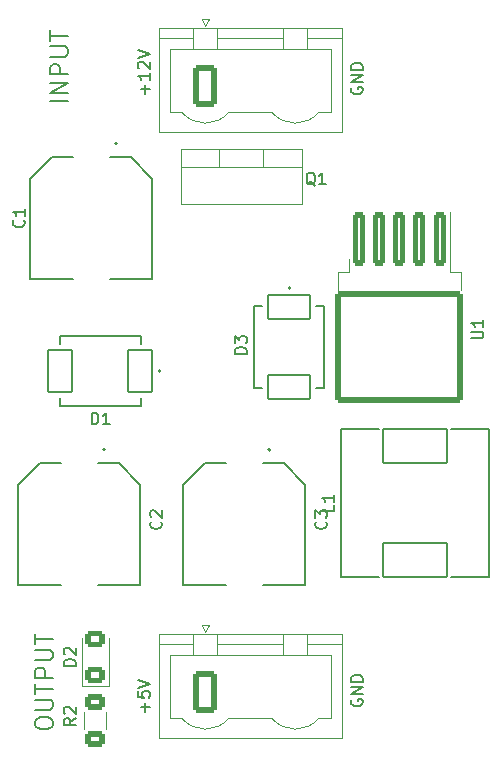
<source format=gto>
%TF.GenerationSoftware,KiCad,Pcbnew,7.0.5*%
%TF.CreationDate,2024-02-24T22:07:36+07:00*%
%TF.ProjectId,CN13_Case,434e3133-5f43-4617-9365-2e6b69636164,rev?*%
%TF.SameCoordinates,Original*%
%TF.FileFunction,Legend,Top*%
%TF.FilePolarity,Positive*%
%FSLAX46Y46*%
G04 Gerber Fmt 4.6, Leading zero omitted, Abs format (unit mm)*
G04 Created by KiCad (PCBNEW 7.0.5) date 2024-02-24 22:07:36*
%MOMM*%
%LPD*%
G01*
G04 APERTURE LIST*
G04 Aperture macros list*
%AMRoundRect*
0 Rectangle with rounded corners*
0 $1 Rounding radius*
0 $2 $3 $4 $5 $6 $7 $8 $9 X,Y pos of 4 corners*
0 Add a 4 corners polygon primitive as box body*
4,1,4,$2,$3,$4,$5,$6,$7,$8,$9,$2,$3,0*
0 Add four circle primitives for the rounded corners*
1,1,$1+$1,$2,$3*
1,1,$1+$1,$4,$5*
1,1,$1+$1,$6,$7*
1,1,$1+$1,$8,$9*
0 Add four rect primitives between the rounded corners*
20,1,$1+$1,$2,$3,$4,$5,0*
20,1,$1+$1,$4,$5,$6,$7,0*
20,1,$1+$1,$6,$7,$8,$9,0*
20,1,$1+$1,$8,$9,$2,$3,0*%
G04 Aperture macros list end*
%ADD10C,0.200000*%
%ADD11C,0.150000*%
%ADD12C,0.120000*%
%ADD13C,0.127000*%
%ADD14C,0.010000*%
%ADD15RoundRect,0.250000X-0.300000X2.050000X-0.300000X-2.050000X0.300000X-2.050000X0.300000X2.050000X0*%
%ADD16RoundRect,0.250002X-5.149998X4.449998X-5.149998X-4.449998X5.149998X-4.449998X5.149998X4.449998X0*%
%ADD17RoundRect,0.250000X-0.625000X0.400000X-0.625000X-0.400000X0.625000X-0.400000X0.625000X0.400000X0*%
%ADD18O,1.905000X2.000000*%
%ADD19R,1.905000X2.000000*%
%ADD20RoundRect,0.102000X2.700000X-1.450000X2.700000X1.450000X-2.700000X1.450000X-2.700000X-1.450000X0*%
%ADD21O,2.100000X3.600000*%
%ADD22RoundRect,0.250001X-0.799999X-1.549999X0.799999X-1.549999X0.799999X1.549999X-0.799999X1.549999X0*%
%ADD23C,3.200000*%
%ADD24RoundRect,0.102000X-1.800000X1.000000X-1.800000X-1.000000X1.800000X-1.000000X1.800000X1.000000X0*%
%ADD25RoundRect,0.250001X0.624999X-0.462499X0.624999X0.462499X-0.624999X0.462499X-0.624999X-0.462499X0*%
%ADD26RoundRect,0.102000X1.000000X1.800000X-1.000000X1.800000X-1.000000X-1.800000X1.000000X-1.800000X0*%
%ADD27C,0.800000*%
%ADD28C,0.700000*%
G04 APERTURE END LIST*
D10*
X114294266Y-147966326D02*
X114294266Y-147204422D01*
X114675219Y-147585374D02*
X113913314Y-147585374D01*
X113675219Y-146252041D02*
X113675219Y-146728231D01*
X113675219Y-146728231D02*
X114151409Y-146775850D01*
X114151409Y-146775850D02*
X114103790Y-146728231D01*
X114103790Y-146728231D02*
X114056171Y-146632993D01*
X114056171Y-146632993D02*
X114056171Y-146394898D01*
X114056171Y-146394898D02*
X114103790Y-146299660D01*
X114103790Y-146299660D02*
X114151409Y-146252041D01*
X114151409Y-146252041D02*
X114246647Y-146204422D01*
X114246647Y-146204422D02*
X114484742Y-146204422D01*
X114484742Y-146204422D02*
X114579980Y-146252041D01*
X114579980Y-146252041D02*
X114627600Y-146299660D01*
X114627600Y-146299660D02*
X114675219Y-146394898D01*
X114675219Y-146394898D02*
X114675219Y-146632993D01*
X114675219Y-146632993D02*
X114627600Y-146728231D01*
X114627600Y-146728231D02*
X114579980Y-146775850D01*
X113675219Y-145918707D02*
X114675219Y-145585374D01*
X114675219Y-145585374D02*
X113675219Y-145252041D01*
X131756838Y-146934517D02*
X131709219Y-147029755D01*
X131709219Y-147029755D02*
X131709219Y-147172612D01*
X131709219Y-147172612D02*
X131756838Y-147315469D01*
X131756838Y-147315469D02*
X131852076Y-147410707D01*
X131852076Y-147410707D02*
X131947314Y-147458326D01*
X131947314Y-147458326D02*
X132137790Y-147505945D01*
X132137790Y-147505945D02*
X132280647Y-147505945D01*
X132280647Y-147505945D02*
X132471123Y-147458326D01*
X132471123Y-147458326D02*
X132566361Y-147410707D01*
X132566361Y-147410707D02*
X132661600Y-147315469D01*
X132661600Y-147315469D02*
X132709219Y-147172612D01*
X132709219Y-147172612D02*
X132709219Y-147077374D01*
X132709219Y-147077374D02*
X132661600Y-146934517D01*
X132661600Y-146934517D02*
X132613980Y-146886898D01*
X132613980Y-146886898D02*
X132280647Y-146886898D01*
X132280647Y-146886898D02*
X132280647Y-147077374D01*
X132709219Y-146458326D02*
X131709219Y-146458326D01*
X131709219Y-146458326D02*
X132709219Y-145886898D01*
X132709219Y-145886898D02*
X131709219Y-145886898D01*
X132709219Y-145410707D02*
X131709219Y-145410707D01*
X131709219Y-145410707D02*
X131709219Y-145172612D01*
X131709219Y-145172612D02*
X131756838Y-145029755D01*
X131756838Y-145029755D02*
X131852076Y-144934517D01*
X131852076Y-144934517D02*
X131947314Y-144886898D01*
X131947314Y-144886898D02*
X132137790Y-144839279D01*
X132137790Y-144839279D02*
X132280647Y-144839279D01*
X132280647Y-144839279D02*
X132471123Y-144886898D01*
X132471123Y-144886898D02*
X132566361Y-144934517D01*
X132566361Y-144934517D02*
X132661600Y-145029755D01*
X132661600Y-145029755D02*
X132709219Y-145172612D01*
X132709219Y-145172612D02*
X132709219Y-145410707D01*
X131756838Y-95118517D02*
X131709219Y-95213755D01*
X131709219Y-95213755D02*
X131709219Y-95356612D01*
X131709219Y-95356612D02*
X131756838Y-95499469D01*
X131756838Y-95499469D02*
X131852076Y-95594707D01*
X131852076Y-95594707D02*
X131947314Y-95642326D01*
X131947314Y-95642326D02*
X132137790Y-95689945D01*
X132137790Y-95689945D02*
X132280647Y-95689945D01*
X132280647Y-95689945D02*
X132471123Y-95642326D01*
X132471123Y-95642326D02*
X132566361Y-95594707D01*
X132566361Y-95594707D02*
X132661600Y-95499469D01*
X132661600Y-95499469D02*
X132709219Y-95356612D01*
X132709219Y-95356612D02*
X132709219Y-95261374D01*
X132709219Y-95261374D02*
X132661600Y-95118517D01*
X132661600Y-95118517D02*
X132613980Y-95070898D01*
X132613980Y-95070898D02*
X132280647Y-95070898D01*
X132280647Y-95070898D02*
X132280647Y-95261374D01*
X132709219Y-94642326D02*
X131709219Y-94642326D01*
X131709219Y-94642326D02*
X132709219Y-94070898D01*
X132709219Y-94070898D02*
X131709219Y-94070898D01*
X132709219Y-93594707D02*
X131709219Y-93594707D01*
X131709219Y-93594707D02*
X131709219Y-93356612D01*
X131709219Y-93356612D02*
X131756838Y-93213755D01*
X131756838Y-93213755D02*
X131852076Y-93118517D01*
X131852076Y-93118517D02*
X131947314Y-93070898D01*
X131947314Y-93070898D02*
X132137790Y-93023279D01*
X132137790Y-93023279D02*
X132280647Y-93023279D01*
X132280647Y-93023279D02*
X132471123Y-93070898D01*
X132471123Y-93070898D02*
X132566361Y-93118517D01*
X132566361Y-93118517D02*
X132661600Y-93213755D01*
X132661600Y-93213755D02*
X132709219Y-93356612D01*
X132709219Y-93356612D02*
X132709219Y-93594707D01*
X114294266Y-95642326D02*
X114294266Y-94880422D01*
X114675219Y-95261374D02*
X113913314Y-95261374D01*
X114675219Y-93880422D02*
X114675219Y-94451850D01*
X114675219Y-94166136D02*
X113675219Y-94166136D01*
X113675219Y-94166136D02*
X113818076Y-94261374D01*
X113818076Y-94261374D02*
X113913314Y-94356612D01*
X113913314Y-94356612D02*
X113960933Y-94451850D01*
X113770457Y-93499469D02*
X113722838Y-93451850D01*
X113722838Y-93451850D02*
X113675219Y-93356612D01*
X113675219Y-93356612D02*
X113675219Y-93118517D01*
X113675219Y-93118517D02*
X113722838Y-93023279D01*
X113722838Y-93023279D02*
X113770457Y-92975660D01*
X113770457Y-92975660D02*
X113865695Y-92928041D01*
X113865695Y-92928041D02*
X113960933Y-92928041D01*
X113960933Y-92928041D02*
X114103790Y-92975660D01*
X114103790Y-92975660D02*
X114675219Y-93547088D01*
X114675219Y-93547088D02*
X114675219Y-92928041D01*
X113675219Y-92642326D02*
X114675219Y-92308993D01*
X114675219Y-92308993D02*
X113675219Y-91975660D01*
X104986028Y-149085564D02*
X104986028Y-148799850D01*
X104986028Y-148799850D02*
X105057457Y-148656993D01*
X105057457Y-148656993D02*
X105200314Y-148514136D01*
X105200314Y-148514136D02*
X105486028Y-148442707D01*
X105486028Y-148442707D02*
X105986028Y-148442707D01*
X105986028Y-148442707D02*
X106271742Y-148514136D01*
X106271742Y-148514136D02*
X106414600Y-148656993D01*
X106414600Y-148656993D02*
X106486028Y-148799850D01*
X106486028Y-148799850D02*
X106486028Y-149085564D01*
X106486028Y-149085564D02*
X106414600Y-149228422D01*
X106414600Y-149228422D02*
X106271742Y-149371279D01*
X106271742Y-149371279D02*
X105986028Y-149442707D01*
X105986028Y-149442707D02*
X105486028Y-149442707D01*
X105486028Y-149442707D02*
X105200314Y-149371279D01*
X105200314Y-149371279D02*
X105057457Y-149228422D01*
X105057457Y-149228422D02*
X104986028Y-149085564D01*
X104986028Y-147799850D02*
X106200314Y-147799850D01*
X106200314Y-147799850D02*
X106343171Y-147728421D01*
X106343171Y-147728421D02*
X106414600Y-147656993D01*
X106414600Y-147656993D02*
X106486028Y-147514135D01*
X106486028Y-147514135D02*
X106486028Y-147228421D01*
X106486028Y-147228421D02*
X106414600Y-147085564D01*
X106414600Y-147085564D02*
X106343171Y-147014135D01*
X106343171Y-147014135D02*
X106200314Y-146942707D01*
X106200314Y-146942707D02*
X104986028Y-146942707D01*
X104986028Y-146442706D02*
X104986028Y-145585564D01*
X106486028Y-146014135D02*
X104986028Y-146014135D01*
X106486028Y-145085564D02*
X104986028Y-145085564D01*
X104986028Y-145085564D02*
X104986028Y-144514135D01*
X104986028Y-144514135D02*
X105057457Y-144371278D01*
X105057457Y-144371278D02*
X105128885Y-144299849D01*
X105128885Y-144299849D02*
X105271742Y-144228421D01*
X105271742Y-144228421D02*
X105486028Y-144228421D01*
X105486028Y-144228421D02*
X105628885Y-144299849D01*
X105628885Y-144299849D02*
X105700314Y-144371278D01*
X105700314Y-144371278D02*
X105771742Y-144514135D01*
X105771742Y-144514135D02*
X105771742Y-145085564D01*
X104986028Y-143585564D02*
X106200314Y-143585564D01*
X106200314Y-143585564D02*
X106343171Y-143514135D01*
X106343171Y-143514135D02*
X106414600Y-143442707D01*
X106414600Y-143442707D02*
X106486028Y-143299849D01*
X106486028Y-143299849D02*
X106486028Y-143014135D01*
X106486028Y-143014135D02*
X106414600Y-142871278D01*
X106414600Y-142871278D02*
X106343171Y-142799849D01*
X106343171Y-142799849D02*
X106200314Y-142728421D01*
X106200314Y-142728421D02*
X104986028Y-142728421D01*
X104986028Y-142228420D02*
X104986028Y-141371278D01*
X106486028Y-141799849D02*
X104986028Y-141799849D01*
X107756028Y-96285279D02*
X106256028Y-96285279D01*
X107756028Y-95570993D02*
X106256028Y-95570993D01*
X106256028Y-95570993D02*
X107756028Y-94713850D01*
X107756028Y-94713850D02*
X106256028Y-94713850D01*
X107756028Y-93999564D02*
X106256028Y-93999564D01*
X106256028Y-93999564D02*
X106256028Y-93428135D01*
X106256028Y-93428135D02*
X106327457Y-93285278D01*
X106327457Y-93285278D02*
X106398885Y-93213849D01*
X106398885Y-93213849D02*
X106541742Y-93142421D01*
X106541742Y-93142421D02*
X106756028Y-93142421D01*
X106756028Y-93142421D02*
X106898885Y-93213849D01*
X106898885Y-93213849D02*
X106970314Y-93285278D01*
X106970314Y-93285278D02*
X107041742Y-93428135D01*
X107041742Y-93428135D02*
X107041742Y-93999564D01*
X106256028Y-92499564D02*
X107470314Y-92499564D01*
X107470314Y-92499564D02*
X107613171Y-92428135D01*
X107613171Y-92428135D02*
X107684600Y-92356707D01*
X107684600Y-92356707D02*
X107756028Y-92213849D01*
X107756028Y-92213849D02*
X107756028Y-91928135D01*
X107756028Y-91928135D02*
X107684600Y-91785278D01*
X107684600Y-91785278D02*
X107613171Y-91713849D01*
X107613171Y-91713849D02*
X107470314Y-91642421D01*
X107470314Y-91642421D02*
X106256028Y-91642421D01*
X106256028Y-91142420D02*
X106256028Y-90285278D01*
X107756028Y-90713849D02*
X106256028Y-90713849D01*
D11*
%TO.C,U1*%
X141916819Y-116361904D02*
X142726342Y-116361904D01*
X142726342Y-116361904D02*
X142821580Y-116314285D01*
X142821580Y-116314285D02*
X142869200Y-116266666D01*
X142869200Y-116266666D02*
X142916819Y-116171428D01*
X142916819Y-116171428D02*
X142916819Y-115980952D01*
X142916819Y-115980952D02*
X142869200Y-115885714D01*
X142869200Y-115885714D02*
X142821580Y-115838095D01*
X142821580Y-115838095D02*
X142726342Y-115790476D01*
X142726342Y-115790476D02*
X141916819Y-115790476D01*
X142916819Y-114790476D02*
X142916819Y-115361904D01*
X142916819Y-115076190D02*
X141916819Y-115076190D01*
X141916819Y-115076190D02*
X142059676Y-115171428D01*
X142059676Y-115171428D02*
X142154914Y-115266666D01*
X142154914Y-115266666D02*
X142202533Y-115361904D01*
%TO.C,R2*%
X108404819Y-148502666D02*
X107928628Y-148835999D01*
X108404819Y-149074094D02*
X107404819Y-149074094D01*
X107404819Y-149074094D02*
X107404819Y-148693142D01*
X107404819Y-148693142D02*
X107452438Y-148597904D01*
X107452438Y-148597904D02*
X107500057Y-148550285D01*
X107500057Y-148550285D02*
X107595295Y-148502666D01*
X107595295Y-148502666D02*
X107738152Y-148502666D01*
X107738152Y-148502666D02*
X107833390Y-148550285D01*
X107833390Y-148550285D02*
X107881009Y-148597904D01*
X107881009Y-148597904D02*
X107928628Y-148693142D01*
X107928628Y-148693142D02*
X107928628Y-149074094D01*
X107500057Y-148121713D02*
X107452438Y-148074094D01*
X107452438Y-148074094D02*
X107404819Y-147978856D01*
X107404819Y-147978856D02*
X107404819Y-147740761D01*
X107404819Y-147740761D02*
X107452438Y-147645523D01*
X107452438Y-147645523D02*
X107500057Y-147597904D01*
X107500057Y-147597904D02*
X107595295Y-147550285D01*
X107595295Y-147550285D02*
X107690533Y-147550285D01*
X107690533Y-147550285D02*
X107833390Y-147597904D01*
X107833390Y-147597904D02*
X108404819Y-148169332D01*
X108404819Y-148169332D02*
X108404819Y-147550285D01*
%TO.C,Q1*%
X128682761Y-103420057D02*
X128587523Y-103372438D01*
X128587523Y-103372438D02*
X128492285Y-103277200D01*
X128492285Y-103277200D02*
X128349428Y-103134342D01*
X128349428Y-103134342D02*
X128254190Y-103086723D01*
X128254190Y-103086723D02*
X128158952Y-103086723D01*
X128206571Y-103324819D02*
X128111333Y-103277200D01*
X128111333Y-103277200D02*
X128016095Y-103181961D01*
X128016095Y-103181961D02*
X127968476Y-102991485D01*
X127968476Y-102991485D02*
X127968476Y-102658152D01*
X127968476Y-102658152D02*
X128016095Y-102467676D01*
X128016095Y-102467676D02*
X128111333Y-102372438D01*
X128111333Y-102372438D02*
X128206571Y-102324819D01*
X128206571Y-102324819D02*
X128397047Y-102324819D01*
X128397047Y-102324819D02*
X128492285Y-102372438D01*
X128492285Y-102372438D02*
X128587523Y-102467676D01*
X128587523Y-102467676D02*
X128635142Y-102658152D01*
X128635142Y-102658152D02*
X128635142Y-102991485D01*
X128635142Y-102991485D02*
X128587523Y-103181961D01*
X128587523Y-103181961D02*
X128492285Y-103277200D01*
X128492285Y-103277200D02*
X128397047Y-103324819D01*
X128397047Y-103324819D02*
X128206571Y-103324819D01*
X129587523Y-103324819D02*
X129016095Y-103324819D01*
X129301809Y-103324819D02*
X129301809Y-102324819D01*
X129301809Y-102324819D02*
X129206571Y-102467676D01*
X129206571Y-102467676D02*
X129111333Y-102562914D01*
X129111333Y-102562914D02*
X129016095Y-102610533D01*
%TO.C,L1*%
X130249675Y-130468974D02*
X130249675Y-130946046D01*
X130249675Y-130946046D02*
X129247825Y-130946046D01*
X130249675Y-129610246D02*
X130249675Y-130182732D01*
X130249675Y-129896489D02*
X129247825Y-129896489D01*
X129247825Y-129896489D02*
X129390946Y-129991903D01*
X129390946Y-129991903D02*
X129486360Y-130087318D01*
X129486360Y-130087318D02*
X129534068Y-130182732D01*
%TO.C,D3*%
X122882819Y-117676094D02*
X121882819Y-117676094D01*
X121882819Y-117676094D02*
X121882819Y-117437999D01*
X121882819Y-117437999D02*
X121930438Y-117295142D01*
X121930438Y-117295142D02*
X122025676Y-117199904D01*
X122025676Y-117199904D02*
X122120914Y-117152285D01*
X122120914Y-117152285D02*
X122311390Y-117104666D01*
X122311390Y-117104666D02*
X122454247Y-117104666D01*
X122454247Y-117104666D02*
X122644723Y-117152285D01*
X122644723Y-117152285D02*
X122739961Y-117199904D01*
X122739961Y-117199904D02*
X122835200Y-117295142D01*
X122835200Y-117295142D02*
X122882819Y-117437999D01*
X122882819Y-117437999D02*
X122882819Y-117676094D01*
X121882819Y-116771332D02*
X121882819Y-116152285D01*
X121882819Y-116152285D02*
X122263771Y-116485618D01*
X122263771Y-116485618D02*
X122263771Y-116342761D01*
X122263771Y-116342761D02*
X122311390Y-116247523D01*
X122311390Y-116247523D02*
X122359009Y-116199904D01*
X122359009Y-116199904D02*
X122454247Y-116152285D01*
X122454247Y-116152285D02*
X122692342Y-116152285D01*
X122692342Y-116152285D02*
X122787580Y-116199904D01*
X122787580Y-116199904D02*
X122835200Y-116247523D01*
X122835200Y-116247523D02*
X122882819Y-116342761D01*
X122882819Y-116342761D02*
X122882819Y-116628475D01*
X122882819Y-116628475D02*
X122835200Y-116723713D01*
X122835200Y-116723713D02*
X122787580Y-116771332D01*
%TO.C,D2*%
X108404819Y-144074094D02*
X107404819Y-144074094D01*
X107404819Y-144074094D02*
X107404819Y-143835999D01*
X107404819Y-143835999D02*
X107452438Y-143693142D01*
X107452438Y-143693142D02*
X107547676Y-143597904D01*
X107547676Y-143597904D02*
X107642914Y-143550285D01*
X107642914Y-143550285D02*
X107833390Y-143502666D01*
X107833390Y-143502666D02*
X107976247Y-143502666D01*
X107976247Y-143502666D02*
X108166723Y-143550285D01*
X108166723Y-143550285D02*
X108261961Y-143597904D01*
X108261961Y-143597904D02*
X108357200Y-143693142D01*
X108357200Y-143693142D02*
X108404819Y-143835999D01*
X108404819Y-143835999D02*
X108404819Y-144074094D01*
X107500057Y-143121713D02*
X107452438Y-143074094D01*
X107452438Y-143074094D02*
X107404819Y-142978856D01*
X107404819Y-142978856D02*
X107404819Y-142740761D01*
X107404819Y-142740761D02*
X107452438Y-142645523D01*
X107452438Y-142645523D02*
X107500057Y-142597904D01*
X107500057Y-142597904D02*
X107595295Y-142550285D01*
X107595295Y-142550285D02*
X107690533Y-142550285D01*
X107690533Y-142550285D02*
X107833390Y-142597904D01*
X107833390Y-142597904D02*
X108404819Y-143169332D01*
X108404819Y-143169332D02*
X108404819Y-142550285D01*
%TO.C,D1*%
X109751905Y-123644819D02*
X109751905Y-122644819D01*
X109751905Y-122644819D02*
X109990000Y-122644819D01*
X109990000Y-122644819D02*
X110132857Y-122692438D01*
X110132857Y-122692438D02*
X110228095Y-122787676D01*
X110228095Y-122787676D02*
X110275714Y-122882914D01*
X110275714Y-122882914D02*
X110323333Y-123073390D01*
X110323333Y-123073390D02*
X110323333Y-123216247D01*
X110323333Y-123216247D02*
X110275714Y-123406723D01*
X110275714Y-123406723D02*
X110228095Y-123501961D01*
X110228095Y-123501961D02*
X110132857Y-123597200D01*
X110132857Y-123597200D02*
X109990000Y-123644819D01*
X109990000Y-123644819D02*
X109751905Y-123644819D01*
X111275714Y-123644819D02*
X110704286Y-123644819D01*
X110990000Y-123644819D02*
X110990000Y-122644819D01*
X110990000Y-122644819D02*
X110894762Y-122787676D01*
X110894762Y-122787676D02*
X110799524Y-122882914D01*
X110799524Y-122882914D02*
X110704286Y-122930533D01*
%TO.C,C3*%
X129576580Y-131881666D02*
X129624200Y-131929285D01*
X129624200Y-131929285D02*
X129671819Y-132072142D01*
X129671819Y-132072142D02*
X129671819Y-132167380D01*
X129671819Y-132167380D02*
X129624200Y-132310237D01*
X129624200Y-132310237D02*
X129528961Y-132405475D01*
X129528961Y-132405475D02*
X129433723Y-132453094D01*
X129433723Y-132453094D02*
X129243247Y-132500713D01*
X129243247Y-132500713D02*
X129100390Y-132500713D01*
X129100390Y-132500713D02*
X128909914Y-132453094D01*
X128909914Y-132453094D02*
X128814676Y-132405475D01*
X128814676Y-132405475D02*
X128719438Y-132310237D01*
X128719438Y-132310237D02*
X128671819Y-132167380D01*
X128671819Y-132167380D02*
X128671819Y-132072142D01*
X128671819Y-132072142D02*
X128719438Y-131929285D01*
X128719438Y-131929285D02*
X128767057Y-131881666D01*
X128671819Y-131548332D02*
X128671819Y-130929285D01*
X128671819Y-130929285D02*
X129052771Y-131262618D01*
X129052771Y-131262618D02*
X129052771Y-131119761D01*
X129052771Y-131119761D02*
X129100390Y-131024523D01*
X129100390Y-131024523D02*
X129148009Y-130976904D01*
X129148009Y-130976904D02*
X129243247Y-130929285D01*
X129243247Y-130929285D02*
X129481342Y-130929285D01*
X129481342Y-130929285D02*
X129576580Y-130976904D01*
X129576580Y-130976904D02*
X129624200Y-131024523D01*
X129624200Y-131024523D02*
X129671819Y-131119761D01*
X129671819Y-131119761D02*
X129671819Y-131405475D01*
X129671819Y-131405475D02*
X129624200Y-131500713D01*
X129624200Y-131500713D02*
X129576580Y-131548332D01*
%TO.C,C2*%
X115606580Y-131871666D02*
X115654200Y-131919285D01*
X115654200Y-131919285D02*
X115701819Y-132062142D01*
X115701819Y-132062142D02*
X115701819Y-132157380D01*
X115701819Y-132157380D02*
X115654200Y-132300237D01*
X115654200Y-132300237D02*
X115558961Y-132395475D01*
X115558961Y-132395475D02*
X115463723Y-132443094D01*
X115463723Y-132443094D02*
X115273247Y-132490713D01*
X115273247Y-132490713D02*
X115130390Y-132490713D01*
X115130390Y-132490713D02*
X114939914Y-132443094D01*
X114939914Y-132443094D02*
X114844676Y-132395475D01*
X114844676Y-132395475D02*
X114749438Y-132300237D01*
X114749438Y-132300237D02*
X114701819Y-132157380D01*
X114701819Y-132157380D02*
X114701819Y-132062142D01*
X114701819Y-132062142D02*
X114749438Y-131919285D01*
X114749438Y-131919285D02*
X114797057Y-131871666D01*
X114797057Y-131490713D02*
X114749438Y-131443094D01*
X114749438Y-131443094D02*
X114701819Y-131347856D01*
X114701819Y-131347856D02*
X114701819Y-131109761D01*
X114701819Y-131109761D02*
X114749438Y-131014523D01*
X114749438Y-131014523D02*
X114797057Y-130966904D01*
X114797057Y-130966904D02*
X114892295Y-130919285D01*
X114892295Y-130919285D02*
X114987533Y-130919285D01*
X114987533Y-130919285D02*
X115130390Y-130966904D01*
X115130390Y-130966904D02*
X115701819Y-131538332D01*
X115701819Y-131538332D02*
X115701819Y-130919285D01*
%TO.C,C1*%
X103991580Y-106338666D02*
X104039200Y-106386285D01*
X104039200Y-106386285D02*
X104086819Y-106529142D01*
X104086819Y-106529142D02*
X104086819Y-106624380D01*
X104086819Y-106624380D02*
X104039200Y-106767237D01*
X104039200Y-106767237D02*
X103943961Y-106862475D01*
X103943961Y-106862475D02*
X103848723Y-106910094D01*
X103848723Y-106910094D02*
X103658247Y-106957713D01*
X103658247Y-106957713D02*
X103515390Y-106957713D01*
X103515390Y-106957713D02*
X103324914Y-106910094D01*
X103324914Y-106910094D02*
X103229676Y-106862475D01*
X103229676Y-106862475D02*
X103134438Y-106767237D01*
X103134438Y-106767237D02*
X103086819Y-106624380D01*
X103086819Y-106624380D02*
X103086819Y-106529142D01*
X103086819Y-106529142D02*
X103134438Y-106386285D01*
X103134438Y-106386285D02*
X103182057Y-106338666D01*
X104086819Y-105386285D02*
X104086819Y-105957713D01*
X104086819Y-105671999D02*
X103086819Y-105671999D01*
X103086819Y-105671999D02*
X103229676Y-105767237D01*
X103229676Y-105767237D02*
X103324914Y-105862475D01*
X103324914Y-105862475D02*
X103372533Y-105957713D01*
D12*
%TO.C,U1*%
X141012000Y-112275000D02*
X141012000Y-110775000D01*
X141012000Y-110775000D02*
X140062000Y-110775000D01*
X140062000Y-110775000D02*
X140062000Y-105650000D01*
X130612000Y-112275000D02*
X130612000Y-110775000D01*
X130612000Y-110775000D02*
X131562000Y-110775000D01*
X131562000Y-110775000D02*
X131562000Y-109675000D01*
%TO.C,R2*%
X110972000Y-148005436D02*
X110972000Y-149459564D01*
X109152000Y-148005436D02*
X109152000Y-149459564D01*
%TO.C,Q1*%
X117308000Y-101872000D02*
X127548000Y-101872000D01*
X127548000Y-100362000D02*
X127548000Y-105003000D01*
X117308000Y-105003000D02*
X127548000Y-105003000D01*
X117308000Y-100362000D02*
X117308000Y-105003000D01*
X124279000Y-100362000D02*
X124279000Y-101872000D01*
X120578000Y-100362000D02*
X120578000Y-101872000D01*
X117308000Y-100362000D02*
X127548000Y-100362000D01*
D13*
%TO.C,L1*%
X130910000Y-136552000D02*
X134110000Y-136552000D01*
X130910000Y-136552000D02*
X130910000Y-124052000D01*
X140210000Y-136552000D02*
X143410000Y-136552000D01*
X143410000Y-136552000D02*
X143410000Y-124052000D01*
X130910000Y-124052000D02*
X134110000Y-124052000D01*
X140210000Y-124052000D02*
X143410000Y-124052000D01*
D12*
%TO.C,J2*%
X125000000Y-148504000D02*
G75*
G03*
X128986842Y-148519821I2000000J1650000D01*
G01*
X117380000Y-148504000D02*
G75*
G03*
X121366842Y-148519821I2000000J1650000D01*
G01*
X130920000Y-142204000D02*
X128110000Y-142204000D01*
X128000000Y-141394000D02*
X128000000Y-143204000D01*
X119080000Y-140594000D02*
X119680000Y-140594000D01*
X120380000Y-141394000D02*
X120380000Y-143204000D01*
X130920000Y-150214000D02*
X130920000Y-141394000D01*
X121380000Y-148504000D02*
X125000000Y-148504000D01*
X126000000Y-143204000D02*
X126000000Y-141394000D01*
X130010000Y-143204000D02*
X130010000Y-148504000D01*
X118380000Y-141394000D02*
X120380000Y-141394000D01*
X117380000Y-148504000D02*
X116370000Y-148504000D01*
X120380000Y-142204000D02*
X126000000Y-142204000D01*
X115460000Y-141394000D02*
X115460000Y-150214000D01*
X115460000Y-142204000D02*
X118270000Y-142204000D01*
X130010000Y-148504000D02*
X129000000Y-148504000D01*
X116370000Y-143204000D02*
X130010000Y-143204000D01*
X119680000Y-140594000D02*
X119380000Y-141194000D01*
X120380000Y-143204000D02*
X118380000Y-143204000D01*
X130920000Y-141394000D02*
X115460000Y-141394000D01*
X128000000Y-143204000D02*
X126000000Y-143204000D01*
X115460000Y-150214000D02*
X130920000Y-150214000D01*
X116370000Y-148504000D02*
X116370000Y-143204000D01*
X126000000Y-141394000D02*
X128000000Y-141394000D01*
X118380000Y-143204000D02*
X118380000Y-141394000D01*
X119380000Y-141194000D02*
X119080000Y-140594000D01*
%TO.C,J1*%
X119380000Y-89886000D02*
X119080000Y-89286000D01*
X118380000Y-91896000D02*
X118380000Y-90086000D01*
X126000000Y-90086000D02*
X128000000Y-90086000D01*
X116370000Y-97196000D02*
X116370000Y-91896000D01*
X115460000Y-98906000D02*
X130920000Y-98906000D01*
X128000000Y-91896000D02*
X126000000Y-91896000D01*
X130920000Y-90086000D02*
X115460000Y-90086000D01*
X120380000Y-91896000D02*
X118380000Y-91896000D01*
X119680000Y-89286000D02*
X119380000Y-89886000D01*
X116370000Y-91896000D02*
X130010000Y-91896000D01*
X130010000Y-97196000D02*
X129000000Y-97196000D01*
X115460000Y-90896000D02*
X118270000Y-90896000D01*
X115460000Y-90086000D02*
X115460000Y-98906000D01*
X120380000Y-90896000D02*
X126000000Y-90896000D01*
X117380000Y-97196000D02*
X116370000Y-97196000D01*
X118380000Y-90086000D02*
X120380000Y-90086000D01*
X130010000Y-91896000D02*
X130010000Y-97196000D01*
X126000000Y-91896000D02*
X126000000Y-90086000D01*
X121380000Y-97196000D02*
X125000000Y-97196000D01*
X130920000Y-98906000D02*
X130920000Y-90086000D01*
X120380000Y-90086000D02*
X120380000Y-91896000D01*
X119080000Y-89286000D02*
X119680000Y-89286000D01*
X128000000Y-90086000D02*
X128000000Y-91896000D01*
X130920000Y-90896000D02*
X128110000Y-90896000D01*
X117380000Y-97196000D02*
G75*
G03*
X121366842Y-97211821I2000000J1650000D01*
G01*
X125000000Y-97196000D02*
G75*
G03*
X128986842Y-97211821I2000000J1650000D01*
G01*
D10*
%TO.C,D3*%
X126592000Y-112094000D02*
G75*
G03*
X126592000Y-112094000I-100000J0D01*
G01*
D13*
X123542000Y-120531500D02*
X124192000Y-120531500D01*
X128792000Y-120531500D02*
X129442000Y-120531500D01*
X129442000Y-120531500D02*
X129442000Y-113656500D01*
X123542000Y-113656500D02*
X123542000Y-120531500D01*
X123542000Y-113656500D02*
X124192000Y-113656500D01*
X129442000Y-113656500D02*
X128792000Y-113656500D01*
D12*
%TO.C,D2*%
X111197000Y-145796000D02*
X111197000Y-141736000D01*
X108927000Y-145796000D02*
X111197000Y-145796000D01*
X108927000Y-141736000D02*
X108927000Y-145796000D01*
D13*
%TO.C,D1*%
X113927500Y-122076000D02*
X113927500Y-121426000D01*
X113927500Y-116176000D02*
X113927500Y-116826000D01*
X113927500Y-116176000D02*
X107052500Y-116176000D01*
X107052500Y-122076000D02*
X113927500Y-122076000D01*
X107052500Y-121426000D02*
X107052500Y-122076000D01*
X107052500Y-116176000D02*
X107052500Y-116826000D01*
D10*
X115590000Y-119126000D02*
G75*
G03*
X115590000Y-119126000I-100000J0D01*
G01*
D13*
%TO.C,C3*%
X126032000Y-126940000D02*
X124252000Y-126940000D01*
X121112000Y-126940000D02*
X119332000Y-126940000D01*
X119332000Y-126940000D02*
X117532000Y-128740000D01*
X127832000Y-128740000D02*
X126032000Y-126940000D01*
X117532000Y-128740000D02*
X117532000Y-137240000D01*
X127832000Y-137240000D02*
X127832000Y-128740000D01*
X124252000Y-137240000D02*
X127832000Y-137240000D01*
X117532000Y-137240000D02*
X121112000Y-137240000D01*
D10*
X124882000Y-125790000D02*
G75*
G03*
X124882000Y-125790000I-100000J0D01*
G01*
%TO.C,C2*%
X110912000Y-125780000D02*
G75*
G03*
X110912000Y-125780000I-100000J0D01*
G01*
D13*
X103562000Y-137230000D02*
X107142000Y-137230000D01*
X110282000Y-137230000D02*
X113862000Y-137230000D01*
X113862000Y-137230000D02*
X113862000Y-128730000D01*
X103562000Y-128730000D02*
X103562000Y-137230000D01*
X113862000Y-128730000D02*
X112062000Y-126930000D01*
X105362000Y-126930000D02*
X103562000Y-128730000D01*
X107142000Y-126930000D02*
X105362000Y-126930000D01*
X112062000Y-126930000D02*
X110282000Y-126930000D01*
%TO.C,C1*%
X113078000Y-101022000D02*
X111298000Y-101022000D01*
X108158000Y-101022000D02*
X106378000Y-101022000D01*
X106378000Y-101022000D02*
X104578000Y-102822000D01*
X114878000Y-102822000D02*
X113078000Y-101022000D01*
X104578000Y-102822000D02*
X104578000Y-111322000D01*
X114878000Y-111322000D02*
X114878000Y-102822000D01*
X111298000Y-111322000D02*
X114878000Y-111322000D01*
X104578000Y-111322000D02*
X108158000Y-111322000D01*
D10*
X111928000Y-99872000D02*
G75*
G03*
X111928000Y-99872000I-100000J0D01*
G01*
%TD*%
%LPC*%
%TO.C,C3*%
D14*
X124032000Y-127540000D02*
X125132000Y-127540000D01*
X125132000Y-129040000D01*
X124032000Y-129040000D01*
X124032000Y-130240000D01*
X121332000Y-130240000D01*
X121332000Y-129040000D01*
X120232000Y-129040000D01*
X120232000Y-127540000D01*
X121332000Y-127540000D01*
X121332000Y-125640000D01*
X124032000Y-125640000D01*
X124032000Y-127540000D01*
G36*
X124032000Y-127540000D02*
G01*
X125132000Y-127540000D01*
X125132000Y-129040000D01*
X124032000Y-129040000D01*
X124032000Y-130240000D01*
X121332000Y-130240000D01*
X121332000Y-129040000D01*
X120232000Y-129040000D01*
X120232000Y-127540000D01*
X121332000Y-127540000D01*
X121332000Y-125640000D01*
X124032000Y-125640000D01*
X124032000Y-127540000D01*
G37*
X124032000Y-135140000D02*
X125132000Y-135140000D01*
X125132000Y-136640000D01*
X124032000Y-136640000D01*
X124032000Y-138540000D01*
X121332000Y-138540000D01*
X121332000Y-136640000D01*
X120232000Y-136640000D01*
X120232000Y-135140000D01*
X121332000Y-135140000D01*
X121332000Y-133940000D01*
X124032000Y-133940000D01*
X124032000Y-135140000D01*
G36*
X124032000Y-135140000D02*
G01*
X125132000Y-135140000D01*
X125132000Y-136640000D01*
X124032000Y-136640000D01*
X124032000Y-138540000D01*
X121332000Y-138540000D01*
X121332000Y-136640000D01*
X120232000Y-136640000D01*
X120232000Y-135140000D01*
X121332000Y-135140000D01*
X121332000Y-133940000D01*
X124032000Y-133940000D01*
X124032000Y-135140000D01*
G37*
%TO.C,C2*%
X110062000Y-135130000D02*
X111162000Y-135130000D01*
X111162000Y-136630000D01*
X110062000Y-136630000D01*
X110062000Y-138530000D01*
X107362000Y-138530000D01*
X107362000Y-136630000D01*
X106262000Y-136630000D01*
X106262000Y-135130000D01*
X107362000Y-135130000D01*
X107362000Y-133930000D01*
X110062000Y-133930000D01*
X110062000Y-135130000D01*
G36*
X110062000Y-135130000D02*
G01*
X111162000Y-135130000D01*
X111162000Y-136630000D01*
X110062000Y-136630000D01*
X110062000Y-138530000D01*
X107362000Y-138530000D01*
X107362000Y-136630000D01*
X106262000Y-136630000D01*
X106262000Y-135130000D01*
X107362000Y-135130000D01*
X107362000Y-133930000D01*
X110062000Y-133930000D01*
X110062000Y-135130000D01*
G37*
X110062000Y-127530000D02*
X111162000Y-127530000D01*
X111162000Y-129030000D01*
X110062000Y-129030000D01*
X110062000Y-130230000D01*
X107362000Y-130230000D01*
X107362000Y-129030000D01*
X106262000Y-129030000D01*
X106262000Y-127530000D01*
X107362000Y-127530000D01*
X107362000Y-125630000D01*
X110062000Y-125630000D01*
X110062000Y-127530000D01*
G36*
X110062000Y-127530000D02*
G01*
X111162000Y-127530000D01*
X111162000Y-129030000D01*
X110062000Y-129030000D01*
X110062000Y-130230000D01*
X107362000Y-130230000D01*
X107362000Y-129030000D01*
X106262000Y-129030000D01*
X106262000Y-127530000D01*
X107362000Y-127530000D01*
X107362000Y-125630000D01*
X110062000Y-125630000D01*
X110062000Y-127530000D01*
G37*
%TO.C,C1*%
X111078000Y-101622000D02*
X112178000Y-101622000D01*
X112178000Y-103122000D01*
X111078000Y-103122000D01*
X111078000Y-104322000D01*
X108378000Y-104322000D01*
X108378000Y-103122000D01*
X107278000Y-103122000D01*
X107278000Y-101622000D01*
X108378000Y-101622000D01*
X108378000Y-99722000D01*
X111078000Y-99722000D01*
X111078000Y-101622000D01*
G36*
X111078000Y-101622000D02*
G01*
X112178000Y-101622000D01*
X112178000Y-103122000D01*
X111078000Y-103122000D01*
X111078000Y-104322000D01*
X108378000Y-104322000D01*
X108378000Y-103122000D01*
X107278000Y-103122000D01*
X107278000Y-101622000D01*
X108378000Y-101622000D01*
X108378000Y-99722000D01*
X111078000Y-99722000D01*
X111078000Y-101622000D01*
G37*
X111078000Y-109222000D02*
X112178000Y-109222000D01*
X112178000Y-110722000D01*
X111078000Y-110722000D01*
X111078000Y-112622000D01*
X108378000Y-112622000D01*
X108378000Y-110722000D01*
X107278000Y-110722000D01*
X107278000Y-109222000D01*
X108378000Y-109222000D01*
X108378000Y-108022000D01*
X111078000Y-108022000D01*
X111078000Y-109222000D01*
G36*
X111078000Y-109222000D02*
G01*
X112178000Y-109222000D01*
X112178000Y-110722000D01*
X111078000Y-110722000D01*
X111078000Y-112622000D01*
X108378000Y-112622000D01*
X108378000Y-110722000D01*
X107278000Y-110722000D01*
X107278000Y-109222000D01*
X108378000Y-109222000D01*
X108378000Y-108022000D01*
X111078000Y-108022000D01*
X111078000Y-109222000D01*
G37*
%TD*%
D15*
%TO.C,U1*%
X139212000Y-107950000D03*
X137512000Y-107950000D03*
X135812000Y-107950000D03*
X134112000Y-107950000D03*
X132412000Y-107950000D03*
D16*
X135812000Y-117100000D03*
%TD*%
D17*
%TO.C,R2*%
X110062000Y-147182500D03*
X110062000Y-150282500D03*
%TD*%
D18*
%TO.C,Q1*%
X124968000Y-103632000D03*
X122428000Y-103632000D03*
D19*
X119888000Y-103632000D03*
%TD*%
D20*
%TO.C,L1*%
X137160000Y-135152000D03*
X137160000Y-125452000D03*
%TD*%
D21*
%TO.C,J2*%
X127000000Y-146304000D03*
D22*
X119380000Y-146304000D03*
%TD*%
%TO.C,J1*%
X119380000Y-94996000D03*
D21*
X127000000Y-94996000D03*
%TD*%
D23*
%TO.C,H4*%
X101092000Y-147828000D03*
%TD*%
%TO.C,H3*%
X140970000Y-147828000D03*
%TD*%
%TO.C,H2*%
X140970000Y-92456000D03*
%TD*%
%TO.C,H1*%
X101092000Y-92456000D03*
%TD*%
D24*
%TO.C,D3*%
X126492000Y-113694000D03*
X126492000Y-120494000D03*
%TD*%
D25*
%TO.C,D2*%
X110062000Y-144823500D03*
X110062000Y-141848500D03*
%TD*%
D26*
%TO.C,D1*%
X107090000Y-119126000D03*
X113890000Y-119126000D03*
%TD*%
D27*
X139446000Y-117602000D03*
X134620000Y-117602000D03*
X133350000Y-117602000D03*
X140208000Y-116586000D03*
X138684000Y-116586000D03*
X135128000Y-116586000D03*
X132588000Y-116586000D03*
X133858000Y-116586000D03*
X133096000Y-115570000D03*
X134620000Y-115570000D03*
X139446000Y-115570000D03*
X139954000Y-114554000D03*
X138684000Y-114554000D03*
X135128000Y-114554000D03*
X133858000Y-114554000D03*
X132588000Y-114554000D03*
D28*
X126492000Y-117856000D03*
D27*
X112268000Y-150368000D03*
X111506000Y-138684000D03*
X125476000Y-138684000D03*
X106426000Y-112522000D03*
X137160000Y-138684000D03*
X137414000Y-104140000D03*
X126492000Y-111252000D03*
%LPD*%
M02*

</source>
